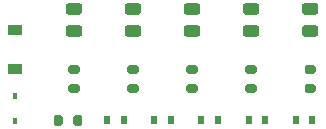
<source format=gbr>
G04 #@! TF.GenerationSoftware,KiCad,Pcbnew,(5.1.10)-1*
G04 #@! TF.CreationDate,2021-09-08T12:00:49+09:00*
G04 #@! TF.ProjectId,driver_v0.3,64726976-6572-45f7-9630-2e332e6b6963,rev?*
G04 #@! TF.SameCoordinates,Original*
G04 #@! TF.FileFunction,Paste,Top*
G04 #@! TF.FilePolarity,Positive*
%FSLAX46Y46*%
G04 Gerber Fmt 4.6, Leading zero omitted, Abs format (unit mm)*
G04 Created by KiCad (PCBNEW (5.1.10)-1) date 2021-09-08 12:00:49*
%MOMM*%
%LPD*%
G01*
G04 APERTURE LIST*
%ADD10R,0.450000X0.600000*%
%ADD11R,0.600000X0.700000*%
%ADD12R,1.200000X0.900000*%
G04 APERTURE END LIST*
G36*
G01*
X94725000Y-110425000D02*
X95275000Y-110425000D01*
G75*
G02*
X95475000Y-110625000I0J-200000D01*
G01*
X95475000Y-111025000D01*
G75*
G02*
X95275000Y-111225000I-200000J0D01*
G01*
X94725000Y-111225000D01*
G75*
G02*
X94525000Y-111025000I0J200000D01*
G01*
X94525000Y-110625000D01*
G75*
G02*
X94725000Y-110425000I200000J0D01*
G01*
G37*
G36*
G01*
X94725000Y-108775000D02*
X95275000Y-108775000D01*
G75*
G02*
X95475000Y-108975000I0J-200000D01*
G01*
X95475000Y-109375000D01*
G75*
G02*
X95275000Y-109575000I-200000J0D01*
G01*
X94725000Y-109575000D01*
G75*
G02*
X94525000Y-109375000I0J200000D01*
G01*
X94525000Y-108975000D01*
G75*
G02*
X94725000Y-108775000I200000J0D01*
G01*
G37*
G36*
G01*
X89725000Y-110425000D02*
X90275000Y-110425000D01*
G75*
G02*
X90475000Y-110625000I0J-200000D01*
G01*
X90475000Y-111025000D01*
G75*
G02*
X90275000Y-111225000I-200000J0D01*
G01*
X89725000Y-111225000D01*
G75*
G02*
X89525000Y-111025000I0J200000D01*
G01*
X89525000Y-110625000D01*
G75*
G02*
X89725000Y-110425000I200000J0D01*
G01*
G37*
G36*
G01*
X89725000Y-108775000D02*
X90275000Y-108775000D01*
G75*
G02*
X90475000Y-108975000I0J-200000D01*
G01*
X90475000Y-109375000D01*
G75*
G02*
X90275000Y-109575000I-200000J0D01*
G01*
X89725000Y-109575000D01*
G75*
G02*
X89525000Y-109375000I0J200000D01*
G01*
X89525000Y-108975000D01*
G75*
G02*
X89725000Y-108775000I200000J0D01*
G01*
G37*
G36*
G01*
X84725000Y-110425000D02*
X85275000Y-110425000D01*
G75*
G02*
X85475000Y-110625000I0J-200000D01*
G01*
X85475000Y-111025000D01*
G75*
G02*
X85275000Y-111225000I-200000J0D01*
G01*
X84725000Y-111225000D01*
G75*
G02*
X84525000Y-111025000I0J200000D01*
G01*
X84525000Y-110625000D01*
G75*
G02*
X84725000Y-110425000I200000J0D01*
G01*
G37*
G36*
G01*
X84725000Y-108775000D02*
X85275000Y-108775000D01*
G75*
G02*
X85475000Y-108975000I0J-200000D01*
G01*
X85475000Y-109375000D01*
G75*
G02*
X85275000Y-109575000I-200000J0D01*
G01*
X84725000Y-109575000D01*
G75*
G02*
X84525000Y-109375000I0J200000D01*
G01*
X84525000Y-108975000D01*
G75*
G02*
X84725000Y-108775000I200000J0D01*
G01*
G37*
G36*
G01*
X79725000Y-110425000D02*
X80275000Y-110425000D01*
G75*
G02*
X80475000Y-110625000I0J-200000D01*
G01*
X80475000Y-111025000D01*
G75*
G02*
X80275000Y-111225000I-200000J0D01*
G01*
X79725000Y-111225000D01*
G75*
G02*
X79525000Y-111025000I0J200000D01*
G01*
X79525000Y-110625000D01*
G75*
G02*
X79725000Y-110425000I200000J0D01*
G01*
G37*
G36*
G01*
X79725000Y-108775000D02*
X80275000Y-108775000D01*
G75*
G02*
X80475000Y-108975000I0J-200000D01*
G01*
X80475000Y-109375000D01*
G75*
G02*
X80275000Y-109575000I-200000J0D01*
G01*
X79725000Y-109575000D01*
G75*
G02*
X79525000Y-109375000I0J200000D01*
G01*
X79525000Y-108975000D01*
G75*
G02*
X79725000Y-108775000I200000J0D01*
G01*
G37*
G36*
G01*
X74725000Y-110425000D02*
X75275000Y-110425000D01*
G75*
G02*
X75475000Y-110625000I0J-200000D01*
G01*
X75475000Y-111025000D01*
G75*
G02*
X75275000Y-111225000I-200000J0D01*
G01*
X74725000Y-111225000D01*
G75*
G02*
X74525000Y-111025000I0J200000D01*
G01*
X74525000Y-110625000D01*
G75*
G02*
X74725000Y-110425000I200000J0D01*
G01*
G37*
G36*
G01*
X74725000Y-108775000D02*
X75275000Y-108775000D01*
G75*
G02*
X75475000Y-108975000I0J-200000D01*
G01*
X75475000Y-109375000D01*
G75*
G02*
X75275000Y-109575000I-200000J0D01*
G01*
X74725000Y-109575000D01*
G75*
G02*
X74525000Y-109375000I0J200000D01*
G01*
X74525000Y-108975000D01*
G75*
G02*
X74725000Y-108775000I200000J0D01*
G01*
G37*
G36*
G01*
X74925000Y-113775000D02*
X74925000Y-113225000D01*
G75*
G02*
X75125000Y-113025000I200000J0D01*
G01*
X75525000Y-113025000D01*
G75*
G02*
X75725000Y-113225000I0J-200000D01*
G01*
X75725000Y-113775000D01*
G75*
G02*
X75525000Y-113975000I-200000J0D01*
G01*
X75125000Y-113975000D01*
G75*
G02*
X74925000Y-113775000I0J200000D01*
G01*
G37*
G36*
G01*
X73275000Y-113775000D02*
X73275000Y-113225000D01*
G75*
G02*
X73475000Y-113025000I200000J0D01*
G01*
X73875000Y-113025000D01*
G75*
G02*
X74075000Y-113225000I0J-200000D01*
G01*
X74075000Y-113775000D01*
G75*
G02*
X73875000Y-113975000I-200000J0D01*
G01*
X73475000Y-113975000D01*
G75*
G02*
X73275000Y-113775000I0J200000D01*
G01*
G37*
G36*
G01*
X94543750Y-105450000D02*
X95456250Y-105450000D01*
G75*
G02*
X95700000Y-105693750I0J-243750D01*
G01*
X95700000Y-106181250D01*
G75*
G02*
X95456250Y-106425000I-243750J0D01*
G01*
X94543750Y-106425000D01*
G75*
G02*
X94300000Y-106181250I0J243750D01*
G01*
X94300000Y-105693750D01*
G75*
G02*
X94543750Y-105450000I243750J0D01*
G01*
G37*
G36*
G01*
X94543750Y-103575000D02*
X95456250Y-103575000D01*
G75*
G02*
X95700000Y-103818750I0J-243750D01*
G01*
X95700000Y-104306250D01*
G75*
G02*
X95456250Y-104550000I-243750J0D01*
G01*
X94543750Y-104550000D01*
G75*
G02*
X94300000Y-104306250I0J243750D01*
G01*
X94300000Y-103818750D01*
G75*
G02*
X94543750Y-103575000I243750J0D01*
G01*
G37*
G36*
G01*
X89543750Y-105450000D02*
X90456250Y-105450000D01*
G75*
G02*
X90700000Y-105693750I0J-243750D01*
G01*
X90700000Y-106181250D01*
G75*
G02*
X90456250Y-106425000I-243750J0D01*
G01*
X89543750Y-106425000D01*
G75*
G02*
X89300000Y-106181250I0J243750D01*
G01*
X89300000Y-105693750D01*
G75*
G02*
X89543750Y-105450000I243750J0D01*
G01*
G37*
G36*
G01*
X89543750Y-103575000D02*
X90456250Y-103575000D01*
G75*
G02*
X90700000Y-103818750I0J-243750D01*
G01*
X90700000Y-104306250D01*
G75*
G02*
X90456250Y-104550000I-243750J0D01*
G01*
X89543750Y-104550000D01*
G75*
G02*
X89300000Y-104306250I0J243750D01*
G01*
X89300000Y-103818750D01*
G75*
G02*
X89543750Y-103575000I243750J0D01*
G01*
G37*
G36*
G01*
X84543750Y-105450000D02*
X85456250Y-105450000D01*
G75*
G02*
X85700000Y-105693750I0J-243750D01*
G01*
X85700000Y-106181250D01*
G75*
G02*
X85456250Y-106425000I-243750J0D01*
G01*
X84543750Y-106425000D01*
G75*
G02*
X84300000Y-106181250I0J243750D01*
G01*
X84300000Y-105693750D01*
G75*
G02*
X84543750Y-105450000I243750J0D01*
G01*
G37*
G36*
G01*
X84543750Y-103575000D02*
X85456250Y-103575000D01*
G75*
G02*
X85700000Y-103818750I0J-243750D01*
G01*
X85700000Y-104306250D01*
G75*
G02*
X85456250Y-104550000I-243750J0D01*
G01*
X84543750Y-104550000D01*
G75*
G02*
X84300000Y-104306250I0J243750D01*
G01*
X84300000Y-103818750D01*
G75*
G02*
X84543750Y-103575000I243750J0D01*
G01*
G37*
G36*
G01*
X79543750Y-105450000D02*
X80456250Y-105450000D01*
G75*
G02*
X80700000Y-105693750I0J-243750D01*
G01*
X80700000Y-106181250D01*
G75*
G02*
X80456250Y-106425000I-243750J0D01*
G01*
X79543750Y-106425000D01*
G75*
G02*
X79300000Y-106181250I0J243750D01*
G01*
X79300000Y-105693750D01*
G75*
G02*
X79543750Y-105450000I243750J0D01*
G01*
G37*
G36*
G01*
X79543750Y-103575000D02*
X80456250Y-103575000D01*
G75*
G02*
X80700000Y-103818750I0J-243750D01*
G01*
X80700000Y-104306250D01*
G75*
G02*
X80456250Y-104550000I-243750J0D01*
G01*
X79543750Y-104550000D01*
G75*
G02*
X79300000Y-104306250I0J243750D01*
G01*
X79300000Y-103818750D01*
G75*
G02*
X79543750Y-103575000I243750J0D01*
G01*
G37*
G36*
G01*
X74543750Y-105450000D02*
X75456250Y-105450000D01*
G75*
G02*
X75700000Y-105693750I0J-243750D01*
G01*
X75700000Y-106181250D01*
G75*
G02*
X75456250Y-106425000I-243750J0D01*
G01*
X74543750Y-106425000D01*
G75*
G02*
X74300000Y-106181250I0J243750D01*
G01*
X74300000Y-105693750D01*
G75*
G02*
X74543750Y-105450000I243750J0D01*
G01*
G37*
G36*
G01*
X74543750Y-103575000D02*
X75456250Y-103575000D01*
G75*
G02*
X75700000Y-103818750I0J-243750D01*
G01*
X75700000Y-104306250D01*
G75*
G02*
X75456250Y-104550000I-243750J0D01*
G01*
X74543750Y-104550000D01*
G75*
G02*
X74300000Y-104306250I0J243750D01*
G01*
X74300000Y-103818750D01*
G75*
G02*
X74543750Y-103575000I243750J0D01*
G01*
G37*
D10*
X70000000Y-113550000D03*
X70000000Y-111450000D03*
D11*
X93800000Y-113500000D03*
X95200000Y-113500000D03*
X89800000Y-113500000D03*
X91200000Y-113500000D03*
X85800000Y-113500000D03*
X87200000Y-113500000D03*
X81800000Y-113500000D03*
X83200000Y-113500000D03*
X77800000Y-113500000D03*
X79200000Y-113500000D03*
D12*
X70000000Y-109150000D03*
X70000000Y-105850000D03*
M02*

</source>
